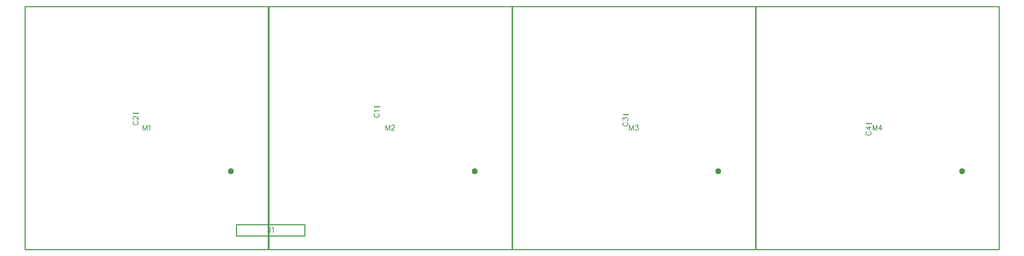
<source format=gbr>
G04 DipTrace 2.4.0.2*
%INÂåðõíºìàðêóâàííÿ.gbr*%
%MOMM*%
%ADD10C,0.25*%
%ADD18O,1.403X1.499*%
%ADD40C,0.196*%
%FSLAX53Y53*%
G04*
G71*
G90*
G75*
G01*
%LNTopSilk*%
%LPD*%
X61726Y16162D2*
D10*
X78626D1*
Y13362D1*
X61726D1*
Y16162D1*
X9365Y10000D2*
X69565D1*
Y70200D1*
X9365D1*
Y10000D1*
D18*
X60363Y29351D3*
X69718Y10000D2*
D10*
X129918D1*
Y70200D1*
X69718D1*
Y10000D1*
D18*
X120716Y29351D3*
X130037Y10000D2*
D10*
X190237D1*
Y70200D1*
X130037D1*
Y10000D1*
D18*
X181035Y29351D3*
X190355Y10000D2*
D10*
X250555D1*
Y70200D1*
X190355D1*
Y10000D1*
D18*
X241354Y29351D3*
X95860Y45332D2*
D10*
X97159D1*
X36176Y43750D2*
X37475D1*
X157449Y43427D2*
X158748D1*
X217611Y41207D2*
X218910D1*
X70131Y15477D2*
D40*
Y14505D1*
X70071Y14323D1*
X70009Y14262D1*
X69888Y14200D1*
X69766D1*
X69645Y14262D1*
X69585Y14323D1*
X69523Y14505D1*
Y14626D1*
X70523Y15232D2*
X70645Y15294D1*
X70828Y15475D1*
Y14200D1*
X39602Y39538D2*
Y40815D1*
X39117Y39538D1*
X38631Y40815D1*
Y39538D1*
X39995Y40570D2*
X40117Y40632D1*
X40299Y40813D1*
Y39538D1*
X99682D2*
Y40815D1*
X99197Y39538D1*
X98711Y40815D1*
Y39538D1*
X100136Y40510D2*
Y40570D1*
X100197Y40692D1*
X100257Y40753D1*
X100379Y40813D1*
X100622D1*
X100743Y40753D1*
X100803Y40692D1*
X100865Y40570D1*
Y40450D1*
X100803Y40327D1*
X100682Y40146D1*
X100075Y39538D1*
X100925D1*
X160001D2*
Y40815D1*
X159516Y39538D1*
X159030Y40815D1*
Y39538D1*
X160516Y40813D2*
X161182D1*
X160819Y40327D1*
X161001D1*
X161122Y40267D1*
X161182Y40207D1*
X161244Y40024D1*
Y39903D1*
X161182Y39721D1*
X161062Y39599D1*
X160879Y39538D1*
X160697D1*
X160516Y39599D1*
X160455Y39661D1*
X160394Y39781D1*
X220289Y39538D2*
Y40815D1*
X219804Y39538D1*
X219318Y40815D1*
Y39538D1*
X221289D2*
Y40813D1*
X220682Y39964D1*
X221593D1*
X96098Y43639D2*
X95978Y43579D1*
X95855Y43457D1*
X95795Y43336D1*
Y43093D1*
X95855Y42971D1*
X95978Y42850D1*
X96098Y42788D1*
X96281Y42728D1*
X96585D1*
X96767Y42788D1*
X96889Y42850D1*
X97009Y42971D1*
X97071Y43093D1*
Y43336D1*
X97009Y43457D1*
X96889Y43579D1*
X96767Y43639D1*
X96039Y44031D2*
X95978Y44153D1*
X95797Y44336D1*
X97071D1*
X36415Y41783D2*
X36294Y41723D1*
X36172Y41601D1*
X36111Y41480D1*
Y41237D1*
X36172Y41115D1*
X36294Y40994D1*
X36415Y40933D1*
X36597Y40872D1*
X36902D1*
X37083Y40933D1*
X37205Y40994D1*
X37326Y41115D1*
X37388Y41237D1*
Y41480D1*
X37326Y41601D1*
X37205Y41723D1*
X37083Y41783D1*
X36416Y42237D2*
X36356D1*
X36234Y42298D1*
X36173Y42358D1*
X36113Y42480D1*
Y42723D1*
X36173Y42844D1*
X36234Y42904D1*
X36356Y42966D1*
X36476D1*
X36599Y42904D1*
X36780Y42783D1*
X37388Y42176D1*
Y43026D1*
X157687Y41461D2*
X157566Y41401D1*
X157444Y41279D1*
X157384Y41158D1*
Y40915D1*
X157444Y40793D1*
X157566Y40672D1*
X157687Y40610D1*
X157869Y40550D1*
X158174D1*
X158355Y40610D1*
X158477Y40672D1*
X158598Y40793D1*
X158660Y40915D1*
Y41158D1*
X158598Y41279D1*
X158477Y41401D1*
X158355Y41461D1*
X157385Y41975D2*
Y42642D1*
X157871Y42279D1*
Y42461D1*
X157931Y42582D1*
X157991Y42642D1*
X158174Y42704D1*
X158295D1*
X158477Y42642D1*
X158599Y42522D1*
X158660Y42339D1*
Y42157D1*
X158599Y41975D1*
X158538Y41915D1*
X158417Y41853D1*
X217849Y39211D2*
X217729Y39151D1*
X217606Y39029D1*
X217546Y38908D1*
Y38665D1*
X217606Y38543D1*
X217729Y38422D1*
X217849Y38360D1*
X218032Y38300D1*
X218336D1*
X218517Y38360D1*
X218640Y38422D1*
X218760Y38543D1*
X218822Y38665D1*
Y38908D1*
X218760Y39029D1*
X218640Y39151D1*
X218517Y39211D1*
X218822Y40211D2*
X217547D1*
X218397Y39603D1*
Y40514D1*
M02*

</source>
